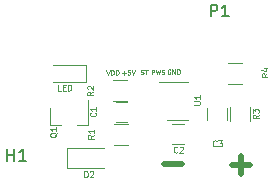
<source format=gto>
G04 #@! TF.GenerationSoftware,KiCad,Pcbnew,(5.0.1)-4*
G04 #@! TF.CreationDate,2019-01-27T12:38:07-06:00*
G04 #@! TF.ProjectId,power_board,706F7765725F626F6172642E6B696361,rev?*
G04 #@! TF.SameCoordinates,Original*
G04 #@! TF.FileFunction,Legend,Top*
G04 #@! TF.FilePolarity,Positive*
%FSLAX46Y46*%
G04 Gerber Fmt 4.6, Leading zero omitted, Abs format (unit mm)*
G04 Created by KiCad (PCBNEW (5.0.1)-4) date 1/27/2019 12:38:07 PM*
%MOMM*%
%LPD*%
G01*
G04 APERTURE LIST*
%ADD10C,0.100000*%
%ADD11C,0.120000*%
%ADD12C,0.150000*%
%ADD13C,0.500000*%
%ADD14C,0.125000*%
G04 APERTURE END LIST*
D10*
X162745238Y-110500000D02*
X162707142Y-110480952D01*
X162650000Y-110480952D01*
X162592857Y-110500000D01*
X162554761Y-110538095D01*
X162535714Y-110576190D01*
X162516666Y-110652380D01*
X162516666Y-110709523D01*
X162535714Y-110785714D01*
X162554761Y-110823809D01*
X162592857Y-110861904D01*
X162650000Y-110880952D01*
X162688095Y-110880952D01*
X162745238Y-110861904D01*
X162764285Y-110842857D01*
X162764285Y-110709523D01*
X162688095Y-110709523D01*
X162935714Y-110880952D02*
X162935714Y-110480952D01*
X163164285Y-110880952D01*
X163164285Y-110480952D01*
X163354761Y-110880952D02*
X163354761Y-110480952D01*
X163450000Y-110480952D01*
X163507142Y-110500000D01*
X163545238Y-110538095D01*
X163564285Y-110576190D01*
X163583333Y-110652380D01*
X163583333Y-110709523D01*
X163564285Y-110785714D01*
X163545238Y-110823809D01*
X163507142Y-110861904D01*
X163450000Y-110880952D01*
X163354761Y-110880952D01*
X161176190Y-110905952D02*
X161176190Y-110505952D01*
X161328571Y-110505952D01*
X161366666Y-110525000D01*
X161385714Y-110544047D01*
X161404761Y-110582142D01*
X161404761Y-110639285D01*
X161385714Y-110677380D01*
X161366666Y-110696428D01*
X161328571Y-110715476D01*
X161176190Y-110715476D01*
X161538095Y-110505952D02*
X161633333Y-110905952D01*
X161709523Y-110620238D01*
X161785714Y-110905952D01*
X161880952Y-110505952D01*
X162014285Y-110886904D02*
X162071428Y-110905952D01*
X162166666Y-110905952D01*
X162204761Y-110886904D01*
X162223809Y-110867857D01*
X162242857Y-110829761D01*
X162242857Y-110791666D01*
X162223809Y-110753571D01*
X162204761Y-110734523D01*
X162166666Y-110715476D01*
X162090476Y-110696428D01*
X162052380Y-110677380D01*
X162033333Y-110658333D01*
X162014285Y-110620238D01*
X162014285Y-110582142D01*
X162033333Y-110544047D01*
X162052380Y-110525000D01*
X162090476Y-110505952D01*
X162185714Y-110505952D01*
X162242857Y-110525000D01*
X160258333Y-110886904D02*
X160315476Y-110905952D01*
X160410714Y-110905952D01*
X160448809Y-110886904D01*
X160467857Y-110867857D01*
X160486904Y-110829761D01*
X160486904Y-110791666D01*
X160467857Y-110753571D01*
X160448809Y-110734523D01*
X160410714Y-110715476D01*
X160334523Y-110696428D01*
X160296428Y-110677380D01*
X160277380Y-110658333D01*
X160258333Y-110620238D01*
X160258333Y-110582142D01*
X160277380Y-110544047D01*
X160296428Y-110525000D01*
X160334523Y-110505952D01*
X160429761Y-110505952D01*
X160486904Y-110525000D01*
X160601190Y-110505952D02*
X160829761Y-110505952D01*
X160715476Y-110905952D02*
X160715476Y-110505952D01*
X158660714Y-110778571D02*
X158965476Y-110778571D01*
X158813095Y-110930952D02*
X158813095Y-110626190D01*
X159346428Y-110530952D02*
X159155952Y-110530952D01*
X159136904Y-110721428D01*
X159155952Y-110702380D01*
X159194047Y-110683333D01*
X159289285Y-110683333D01*
X159327380Y-110702380D01*
X159346428Y-110721428D01*
X159365476Y-110759523D01*
X159365476Y-110854761D01*
X159346428Y-110892857D01*
X159327380Y-110911904D01*
X159289285Y-110930952D01*
X159194047Y-110930952D01*
X159155952Y-110911904D01*
X159136904Y-110892857D01*
X159479761Y-110530952D02*
X159613095Y-110930952D01*
X159746428Y-110530952D01*
X157341666Y-110530952D02*
X157475000Y-110930952D01*
X157608333Y-110530952D01*
X157741666Y-110930952D02*
X157741666Y-110530952D01*
X157836904Y-110530952D01*
X157894047Y-110550000D01*
X157932142Y-110588095D01*
X157951190Y-110626190D01*
X157970238Y-110702380D01*
X157970238Y-110759523D01*
X157951190Y-110835714D01*
X157932142Y-110873809D01*
X157894047Y-110911904D01*
X157836904Y-110930952D01*
X157741666Y-110930952D01*
X158141666Y-110930952D02*
X158141666Y-110530952D01*
X158236904Y-110530952D01*
X158294047Y-110550000D01*
X158332142Y-110588095D01*
X158351190Y-110626190D01*
X158370238Y-110702380D01*
X158370238Y-110759523D01*
X158351190Y-110835714D01*
X158332142Y-110873809D01*
X158294047Y-110911904D01*
X158236904Y-110930952D01*
X158141666Y-110930952D01*
D11*
G04 #@! TO.C,Q1*
X152598000Y-115212400D02*
X153528000Y-115212400D01*
X155758000Y-115212400D02*
X154828000Y-115212400D01*
X155758000Y-115212400D02*
X155758000Y-113052400D01*
X152598000Y-115212400D02*
X152598000Y-113752400D01*
G04 #@! TO.C,C1*
X158128400Y-114946800D02*
X159128400Y-114946800D01*
X159128400Y-113246800D02*
X158128400Y-113246800D01*
G04 #@! TO.C,C2*
X163872800Y-115100000D02*
X162872800Y-115100000D01*
X162872800Y-116800000D02*
X163872800Y-116800000D01*
G04 #@! TO.C,C3*
X165875600Y-113785600D02*
X165875600Y-114785600D01*
X167575600Y-114785600D02*
X167575600Y-113785600D01*
G04 #@! TO.C,D2*
X154005200Y-117158400D02*
X154005200Y-118858400D01*
X154005200Y-118858400D02*
X157155200Y-118858400D01*
X154005200Y-117158400D02*
X157155200Y-117158400D01*
G04 #@! TO.C,R1*
X157976000Y-115120000D02*
X159176000Y-115120000D01*
X159176000Y-116880000D02*
X157976000Y-116880000D01*
G04 #@! TO.C,R2*
X159125200Y-113148000D02*
X157925200Y-113148000D01*
X157925200Y-111388000D02*
X159125200Y-111388000D01*
G04 #@! TO.C,R3*
X167776000Y-114849200D02*
X167776000Y-113649200D01*
X169536000Y-113649200D02*
X169536000Y-114849200D01*
G04 #@! TO.C,R4*
X168850000Y-111725600D02*
X167650000Y-111725600D01*
X167650000Y-109965600D02*
X168850000Y-109965600D01*
G04 #@! TO.C,U1*
X164272800Y-111521600D02*
X161822800Y-111521600D01*
X162472800Y-114741600D02*
X164272800Y-114741600D01*
G04 #@! TO.C,LED*
X155650000Y-111550000D02*
X155650000Y-110150000D01*
X155650000Y-110150000D02*
X152850000Y-110150000D01*
X155650000Y-111550000D02*
X152850000Y-111550000D01*
G04 #@! TO.C,Q1*
D10*
X153148809Y-115847619D02*
X153125000Y-115895238D01*
X153077380Y-115942857D01*
X153005952Y-116014285D01*
X152982142Y-116061904D01*
X152982142Y-116109523D01*
X153101190Y-116085714D02*
X153077380Y-116133333D01*
X153029761Y-116180952D01*
X152934523Y-116204761D01*
X152767857Y-116204761D01*
X152672619Y-116180952D01*
X152625000Y-116133333D01*
X152601190Y-116085714D01*
X152601190Y-115990476D01*
X152625000Y-115942857D01*
X152672619Y-115895238D01*
X152767857Y-115871428D01*
X152934523Y-115871428D01*
X153029761Y-115895238D01*
X153077380Y-115942857D01*
X153101190Y-115990476D01*
X153101190Y-116085714D01*
X153101190Y-115395238D02*
X153101190Y-115680952D01*
X153101190Y-115538095D02*
X152601190Y-115538095D01*
X152672619Y-115585714D01*
X152720238Y-115633333D01*
X152744047Y-115680952D01*
G04 #@! TO.C,P1*
D12*
X166161904Y-106002380D02*
X166161904Y-105002380D01*
X166542857Y-105002380D01*
X166638095Y-105050000D01*
X166685714Y-105097619D01*
X166733333Y-105192857D01*
X166733333Y-105335714D01*
X166685714Y-105430952D01*
X166638095Y-105478571D01*
X166542857Y-105526190D01*
X166161904Y-105526190D01*
X167685714Y-106002380D02*
X167114285Y-106002380D01*
X167400000Y-106002380D02*
X167400000Y-105002380D01*
X167304761Y-105145238D01*
X167209523Y-105240476D01*
X167114285Y-105288095D01*
D13*
X162188095Y-118517857D02*
X163711904Y-118517857D01*
X168013095Y-118617857D02*
X169536904Y-118617857D01*
X168775000Y-119379761D02*
X168775000Y-117855952D01*
G04 #@! TO.C,C1*
D10*
X156403571Y-114158333D02*
X156427380Y-114182142D01*
X156451190Y-114253571D01*
X156451190Y-114301190D01*
X156427380Y-114372619D01*
X156379761Y-114420238D01*
X156332142Y-114444047D01*
X156236904Y-114467857D01*
X156165476Y-114467857D01*
X156070238Y-114444047D01*
X156022619Y-114420238D01*
X155975000Y-114372619D01*
X155951190Y-114301190D01*
X155951190Y-114253571D01*
X155975000Y-114182142D01*
X155998809Y-114158333D01*
X156451190Y-113682142D02*
X156451190Y-113967857D01*
X156451190Y-113825000D02*
X155951190Y-113825000D01*
X156022619Y-113872619D01*
X156070238Y-113920238D01*
X156094047Y-113967857D01*
G04 #@! TO.C,C2*
X163341666Y-117479571D02*
X163317857Y-117503380D01*
X163246428Y-117527190D01*
X163198809Y-117527190D01*
X163127380Y-117503380D01*
X163079761Y-117455761D01*
X163055952Y-117408142D01*
X163032142Y-117312904D01*
X163032142Y-117241476D01*
X163055952Y-117146238D01*
X163079761Y-117098619D01*
X163127380Y-117051000D01*
X163198809Y-117027190D01*
X163246428Y-117027190D01*
X163317857Y-117051000D01*
X163341666Y-117074809D01*
X163532142Y-117074809D02*
X163555952Y-117051000D01*
X163603571Y-117027190D01*
X163722619Y-117027190D01*
X163770238Y-117051000D01*
X163794047Y-117074809D01*
X163817857Y-117122428D01*
X163817857Y-117170047D01*
X163794047Y-117241476D01*
X163508333Y-117527190D01*
X163817857Y-117527190D01*
G04 #@! TO.C,C3*
X166666666Y-116953571D02*
X166642857Y-116977380D01*
X166571428Y-117001190D01*
X166523809Y-117001190D01*
X166452380Y-116977380D01*
X166404761Y-116929761D01*
X166380952Y-116882142D01*
X166357142Y-116786904D01*
X166357142Y-116715476D01*
X166380952Y-116620238D01*
X166404761Y-116572619D01*
X166452380Y-116525000D01*
X166523809Y-116501190D01*
X166571428Y-116501190D01*
X166642857Y-116525000D01*
X166666666Y-116548809D01*
X166833333Y-116501190D02*
X167142857Y-116501190D01*
X166976190Y-116691666D01*
X167047619Y-116691666D01*
X167095238Y-116715476D01*
X167119047Y-116739285D01*
X167142857Y-116786904D01*
X167142857Y-116905952D01*
X167119047Y-116953571D01*
X167095238Y-116977380D01*
X167047619Y-117001190D01*
X166904761Y-117001190D01*
X166857142Y-116977380D01*
X166833333Y-116953571D01*
G04 #@! TO.C,D2*
X155480952Y-119601190D02*
X155480952Y-119101190D01*
X155600000Y-119101190D01*
X155671428Y-119125000D01*
X155719047Y-119172619D01*
X155742857Y-119220238D01*
X155766666Y-119315476D01*
X155766666Y-119386904D01*
X155742857Y-119482142D01*
X155719047Y-119529761D01*
X155671428Y-119577380D01*
X155600000Y-119601190D01*
X155480952Y-119601190D01*
X155957142Y-119148809D02*
X155980952Y-119125000D01*
X156028571Y-119101190D01*
X156147619Y-119101190D01*
X156195238Y-119125000D01*
X156219047Y-119148809D01*
X156242857Y-119196428D01*
X156242857Y-119244047D01*
X156219047Y-119315476D01*
X155933333Y-119601190D01*
X156242857Y-119601190D01*
G04 #@! TO.C,R1*
X156276190Y-116055333D02*
X156038095Y-116222000D01*
X156276190Y-116341047D02*
X155776190Y-116341047D01*
X155776190Y-116150571D01*
X155800000Y-116102952D01*
X155823809Y-116079142D01*
X155871428Y-116055333D01*
X155942857Y-116055333D01*
X155990476Y-116079142D01*
X156014285Y-116102952D01*
X156038095Y-116150571D01*
X156038095Y-116341047D01*
X156276190Y-115579142D02*
X156276190Y-115864857D01*
X156276190Y-115722000D02*
X155776190Y-115722000D01*
X155847619Y-115769619D01*
X155895238Y-115817238D01*
X155919047Y-115864857D01*
G04 #@! TO.C,R2*
X156226190Y-112358333D02*
X155988095Y-112525000D01*
X156226190Y-112644047D02*
X155726190Y-112644047D01*
X155726190Y-112453571D01*
X155750000Y-112405952D01*
X155773809Y-112382142D01*
X155821428Y-112358333D01*
X155892857Y-112358333D01*
X155940476Y-112382142D01*
X155964285Y-112405952D01*
X155988095Y-112453571D01*
X155988095Y-112644047D01*
X155773809Y-112167857D02*
X155750000Y-112144047D01*
X155726190Y-112096428D01*
X155726190Y-111977380D01*
X155750000Y-111929761D01*
X155773809Y-111905952D01*
X155821428Y-111882142D01*
X155869047Y-111882142D01*
X155940476Y-111905952D01*
X156226190Y-112191666D01*
X156226190Y-111882142D01*
G04 #@! TO.C,R3*
X170226190Y-114333333D02*
X169988095Y-114500000D01*
X170226190Y-114619047D02*
X169726190Y-114619047D01*
X169726190Y-114428571D01*
X169750000Y-114380952D01*
X169773809Y-114357142D01*
X169821428Y-114333333D01*
X169892857Y-114333333D01*
X169940476Y-114357142D01*
X169964285Y-114380952D01*
X169988095Y-114428571D01*
X169988095Y-114619047D01*
X169726190Y-114166666D02*
X169726190Y-113857142D01*
X169916666Y-114023809D01*
X169916666Y-113952380D01*
X169940476Y-113904761D01*
X169964285Y-113880952D01*
X170011904Y-113857142D01*
X170130952Y-113857142D01*
X170178571Y-113880952D01*
X170202380Y-113904761D01*
X170226190Y-113952380D01*
X170226190Y-114095238D01*
X170202380Y-114142857D01*
X170178571Y-114166666D01*
G04 #@! TO.C,R4*
X170979790Y-110833333D02*
X170741695Y-111000000D01*
X170979790Y-111119047D02*
X170479790Y-111119047D01*
X170479790Y-110928571D01*
X170503600Y-110880952D01*
X170527409Y-110857142D01*
X170575028Y-110833333D01*
X170646457Y-110833333D01*
X170694076Y-110857142D01*
X170717885Y-110880952D01*
X170741695Y-110928571D01*
X170741695Y-111119047D01*
X170646457Y-110404761D02*
X170979790Y-110404761D01*
X170455980Y-110523809D02*
X170813123Y-110642857D01*
X170813123Y-110333333D01*
G04 #@! TO.C,U1*
X164776190Y-113480952D02*
X165180952Y-113480952D01*
X165228571Y-113457142D01*
X165252380Y-113433333D01*
X165276190Y-113385714D01*
X165276190Y-113290476D01*
X165252380Y-113242857D01*
X165228571Y-113219047D01*
X165180952Y-113195238D01*
X164776190Y-113195238D01*
X165276190Y-112695238D02*
X165276190Y-112980952D01*
X165276190Y-112838095D02*
X164776190Y-112838095D01*
X164847619Y-112885714D01*
X164895238Y-112933333D01*
X164919047Y-112980952D01*
G04 #@! TO.C,H1*
D12*
X148963095Y-118227380D02*
X148963095Y-117227380D01*
X148963095Y-117703571D02*
X149534523Y-117703571D01*
X149534523Y-118227380D02*
X149534523Y-117227380D01*
X150534523Y-118227380D02*
X149963095Y-118227380D01*
X150248809Y-118227380D02*
X150248809Y-117227380D01*
X150153571Y-117370238D01*
X150058333Y-117465476D01*
X149963095Y-117513095D01*
G04 #@! TO.C,LED*
D14*
X153478571Y-112276190D02*
X153240476Y-112276190D01*
X153240476Y-111776190D01*
X153645238Y-112014285D02*
X153811904Y-112014285D01*
X153883333Y-112276190D02*
X153645238Y-112276190D01*
X153645238Y-111776190D01*
X153883333Y-111776190D01*
X154097619Y-112276190D02*
X154097619Y-111776190D01*
X154216666Y-111776190D01*
X154288095Y-111800000D01*
X154335714Y-111847619D01*
X154359523Y-111895238D01*
X154383333Y-111990476D01*
X154383333Y-112061904D01*
X154359523Y-112157142D01*
X154335714Y-112204761D01*
X154288095Y-112252380D01*
X154216666Y-112276190D01*
X154097619Y-112276190D01*
G04 #@! TD*
M02*

</source>
